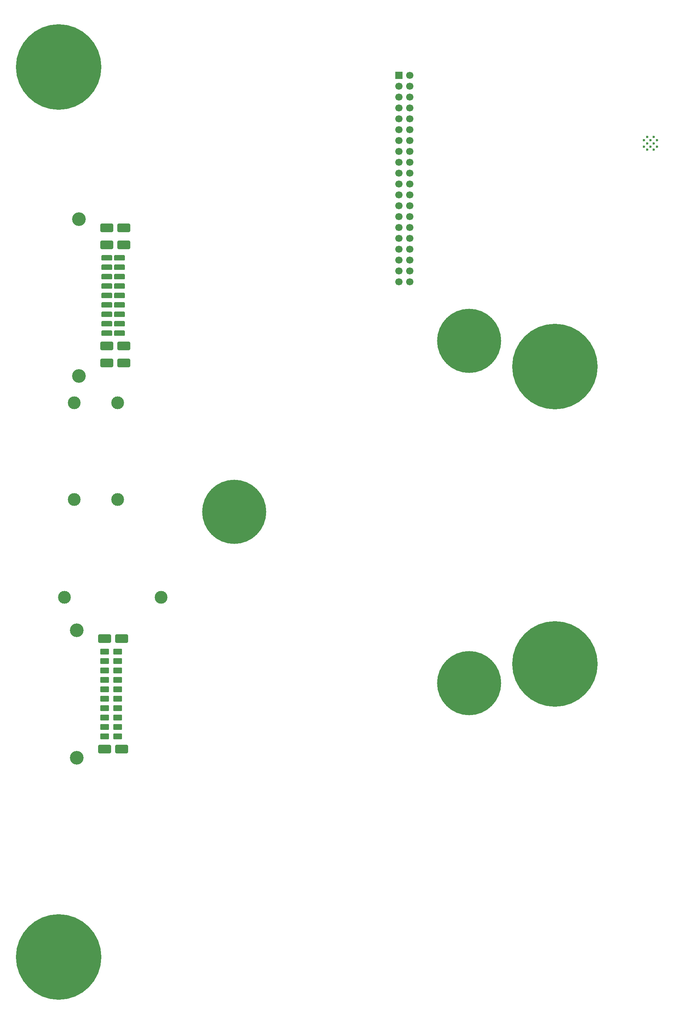
<source format=gbr>
%TF.GenerationSoftware,KiCad,Pcbnew,9.0.4-9.0.4-0~ubuntu22.04.1*%
%TF.CreationDate,2025-10-26T15:56:30+01:00*%
%TF.ProjectId,IndegoMower,496e6465-676f-44d6-9f77-65722e6b6963,rev?*%
%TF.SameCoordinates,Original*%
%TF.FileFunction,Soldermask,Bot*%
%TF.FilePolarity,Negative*%
%FSLAX46Y46*%
G04 Gerber Fmt 4.6, Leading zero omitted, Abs format (unit mm)*
G04 Created by KiCad (PCBNEW 9.0.4-9.0.4-0~ubuntu22.04.1) date 2025-10-26 15:56:30*
%MOMM*%
%LPD*%
G01*
G04 APERTURE LIST*
G04 Aperture macros list*
%AMRoundRect*
0 Rectangle with rounded corners*
0 $1 Rounding radius*
0 $2 $3 $4 $5 $6 $7 $8 $9 X,Y pos of 4 corners*
0 Add a 4 corners polygon primitive as box body*
4,1,4,$2,$3,$4,$5,$6,$7,$8,$9,$2,$3,0*
0 Add four circle primitives for the rounded corners*
1,1,$1+$1,$2,$3*
1,1,$1+$1,$4,$5*
1,1,$1+$1,$6,$7*
1,1,$1+$1,$8,$9*
0 Add four rect primitives between the rounded corners*
20,1,$1+$1,$2,$3,$4,$5,0*
20,1,$1+$1,$4,$5,$6,$7,0*
20,1,$1+$1,$6,$7,$8,$9,0*
20,1,$1+$1,$8,$9,$2,$3,0*%
G04 Aperture macros list end*
%ADD10C,1.700000*%
%ADD11R,1.700000X1.700000*%
%ADD12C,3.200000*%
%ADD13RoundRect,0.277778X1.222222X-0.722222X1.222222X0.722222X-1.222222X0.722222X-1.222222X-0.722222X0*%
%ADD14RoundRect,0.194444X0.805556X-0.505556X0.805556X0.505556X-0.805556X0.505556X-0.805556X-0.505556X0*%
%ADD15RoundRect,0.300000X-1.200000X0.700000X-1.200000X-0.700000X1.200000X-0.700000X1.200000X0.700000X0*%
%ADD16RoundRect,0.190500X1.079500X0.444500X-1.079500X0.444500X-1.079500X-0.444500X1.079500X-0.444500X0*%
%ADD17C,20.000000*%
%ADD18C,15.000000*%
%ADD19C,3.000000*%
%ADD20C,0.600000*%
G04 APERTURE END LIST*
D10*
%TO.C,J1*%
X114060000Y-81230000D03*
X111520000Y-81230000D03*
X114060000Y-78690000D03*
X111520000Y-78690000D03*
X114060000Y-76150000D03*
X111520000Y-76150000D03*
X114060000Y-73610000D03*
X111520000Y-73610000D03*
X114060000Y-71070000D03*
X111520000Y-71070000D03*
X114060000Y-68530000D03*
X111520000Y-68530000D03*
X114060000Y-65990000D03*
X111520000Y-65990000D03*
X114060000Y-63450000D03*
X111520000Y-63450000D03*
X114060000Y-60910000D03*
X111520000Y-60910000D03*
X114060000Y-58370000D03*
X111520000Y-58370000D03*
X114060000Y-55830000D03*
X111520000Y-55830000D03*
X114060000Y-53290000D03*
X111520000Y-53290000D03*
X114060000Y-50750000D03*
X111520000Y-50750000D03*
X114060000Y-48210000D03*
X111520000Y-48210000D03*
X114060000Y-45670000D03*
X111520000Y-45670000D03*
X114060000Y-43130000D03*
X111520000Y-43130000D03*
X114060000Y-40590000D03*
X111520000Y-40590000D03*
X114060000Y-38050000D03*
X111520000Y-38050000D03*
X114060000Y-35510000D03*
X111520000Y-35510000D03*
X114060000Y-32970000D03*
D11*
X111520000Y-32970000D03*
%TD*%
D12*
%TO.C,U2*%
X36220000Y-192440000D03*
X36220000Y-162640000D03*
D13*
X42720000Y-164640000D03*
X46720000Y-164640000D03*
D14*
X42720000Y-167640000D03*
X45720000Y-167640000D03*
X42720000Y-169840000D03*
X45720000Y-169840000D03*
X42720000Y-172040000D03*
X45720000Y-172040000D03*
X42720000Y-174240000D03*
X45720000Y-174240000D03*
X42720000Y-176440000D03*
X45720000Y-176440000D03*
X42720000Y-178640000D03*
X45720000Y-178640000D03*
X42720000Y-180840000D03*
X45720000Y-180840000D03*
X42720000Y-183040000D03*
X45720000Y-183040000D03*
X42720000Y-185240000D03*
X45720000Y-185240000D03*
X42720000Y-187440000D03*
X45720000Y-187440000D03*
D13*
X42720000Y-190440000D03*
X46720000Y-190440000D03*
%TD*%
D12*
%TO.C,U1*%
X36680000Y-103210000D03*
X36680000Y-66610000D03*
D15*
X43180000Y-68610000D03*
X47180000Y-68610000D03*
X43180000Y-72610000D03*
X47180000Y-72610000D03*
D16*
X43180000Y-75610000D03*
X46180000Y-75610000D03*
X43180000Y-77810000D03*
X46180000Y-77810000D03*
X43180000Y-80010000D03*
X46180000Y-80010000D03*
X43180000Y-82210000D03*
X46180000Y-82210000D03*
X43180000Y-84410000D03*
X46180000Y-84410000D03*
X43180000Y-86610000D03*
X46180000Y-86610000D03*
X43180000Y-88810000D03*
X46180000Y-88810000D03*
X43180000Y-91010000D03*
X46180000Y-91010000D03*
X43180000Y-93210000D03*
X46180000Y-93210000D03*
D15*
X43180000Y-96210000D03*
X47180000Y-96210000D03*
X43180000Y-100210000D03*
X47180000Y-100210000D03*
%TD*%
D17*
%TO.C,REF\u002A\u002A*%
X32000000Y-239000000D03*
D18*
X128000000Y-175000000D03*
D17*
X148000000Y-170500000D03*
D18*
X73000000Y-135000000D03*
D17*
X148000000Y-101000000D03*
D18*
X128000000Y-95000000D03*
D17*
X32000000Y-31000000D03*
%TD*%
D19*
%TO.C,F_MAIN1*%
X35560000Y-109480000D03*
X35560000Y-132080000D03*
%TD*%
D20*
%TO.C,U14*%
X168890000Y-48100000D03*
X168890000Y-49600000D03*
X169640000Y-47350000D03*
X169640000Y-48850000D03*
X169640000Y-50350000D03*
X170390000Y-48100000D03*
X170390000Y-49600000D03*
X171140000Y-47350000D03*
X171140000Y-48850000D03*
X171140000Y-50350000D03*
X171890000Y-48100000D03*
X171890000Y-49600000D03*
%TD*%
D19*
%TO.C,F_CHARGE1*%
X33280000Y-154940000D03*
X55880000Y-154940000D03*
%TD*%
%TO.C,F_SEC1*%
X45720000Y-109480000D03*
X45720000Y-132080000D03*
%TD*%
M02*

</source>
